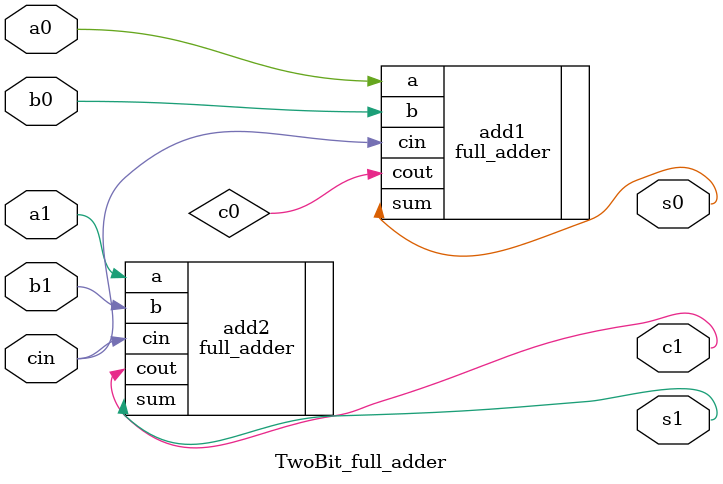
<source format=v>
`timescale 1ns / 1ps
module TwoBit_full_adder(input a0,b0,cin,a1,b1, output s0,s1,c1);
    wire c0;
    full_adder add1(.a(a0), .b(b0), .cin(cin), .sum(s0), .cout(c0));
    full_adder add2(.a(a1), .b(b1), .cin(cin), .sum(s1), .cout(c1));
endmodule

</source>
